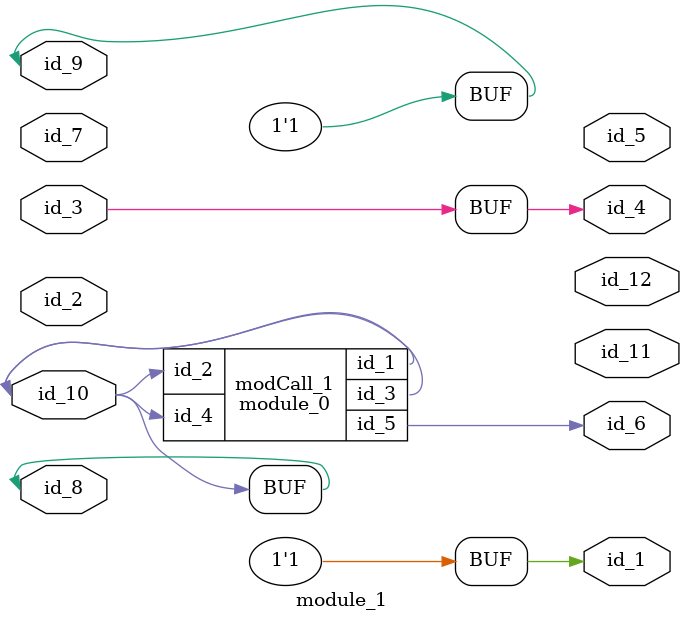
<source format=v>
module module_0 (
    id_1,
    id_2,
    id_3,
    id_4,
    id_5
);
  output wire id_5;
  input wire id_4;
  inout wire id_3;
  input wire id_2;
  inout wire id_1;
  assign id_1 = 1'h0;
  assign module_1.id_3 = 0;
  wire id_6;
  wire id_7;
endmodule
module module_1 (
    id_1,
    id_2,
    id_3,
    id_4,
    id_5,
    id_6,
    id_7,
    id_8,
    id_9,
    id_10,
    id_11,
    id_12
);
  output wire id_12;
  output wire id_11;
  input wire id_10;
  inout wire id_9;
  inout wire id_8;
  inout wire id_7;
  output wire id_6;
  output wire id_5;
  output wire id_4;
  input wire id_3;
  inout wire id_2;
  output wire id_1;
  module_0 modCall_1 (
      id_8,
      id_10,
      id_8,
      id_8,
      id_6
  );
  assign id_1 = -1;
  initial id_4 <= id_3;
  assign id_9 = 1;
  always id_8 = id_10;
endmodule

</source>
